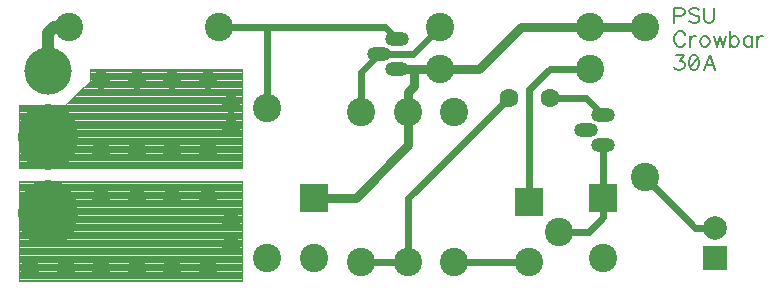
<source format=gbr>
G04 DipTrace 3.3.1.3*
G04 crowbar-revA-Top.gbr*
%MOMM*%
G04 #@! TF.FileFunction,Copper,L1,Top*
G04 #@! TF.Part,Single*
G04 #@! TA.AperFunction,Conductor*
%ADD14C,0.8*%
%ADD15C,0.6*%
%ADD16C,1.0*%
G04 #@! TA.AperFunction,CopperBalancing*
%ADD17C,0.1*%
G04 #@! TA.AperFunction,ComponentPad*
%ADD19C,2.4*%
%ADD20R,2.4X2.4*%
%ADD21C,4.0*%
%ADD22O,5.0X5.6*%
%ADD23C,2.0*%
%ADD24R,2.0X2.0*%
%ADD25O,2.0X1.2*%
%ADD26C,2.4*%
G04 #@! TA.AperFunction,ViaPad*
%ADD27C,1.6*%
%ADD50C,0.19608*%
%FSLAX35Y35*%
G04*
G71*
G90*
G75*
G01*
G04 Top*
%LPD*%
X4423000Y774000D2*
D15*
Y1723000D1*
X4600000Y1900000D1*
X4935000D1*
X3785000Y265000D2*
X4085000D1*
X4086000Y266000D1*
X4423000D1*
X4677000Y520000D2*
X4930000D1*
X5050000Y640000D1*
Y808000D1*
Y1250013D1*
X5050013Y1250000D1*
X3000000Y265000D2*
X3400000D1*
X5049987Y1504000D2*
X4903987Y1650000D1*
X4600000D1*
X4250000D2*
X3400000Y800000D1*
Y265000D1*
X3000000Y1535000D2*
Y1873013D1*
X3149987Y2023000D1*
X3438000D1*
X3665000Y2250000D1*
X3299987Y2150000D2*
X3199987Y2250000D1*
X2200000D1*
X1795000D1*
X2200000Y1565000D2*
Y2250000D1*
X525000D2*
D16*
X400000D1*
X350000Y2200000D1*
Y1880000D1*
X5400000Y980000D2*
D15*
X5830000Y550000D1*
X6000000D1*
X5400000Y2250000D2*
D14*
X4935000D1*
X3299987Y1896000D2*
X3450000Y1900000D1*
X3665000D1*
X2600000Y804000D2*
X2954000D1*
X3400000Y1250000D1*
Y1535000D1*
Y1700000D1*
X3450000Y1750000D1*
Y1900000D1*
X3665000D2*
X4000000D1*
X4350000Y2250000D1*
X4935000D1*
D27*
X4600000Y1650000D3*
X4250000D3*
X500000Y200000D3*
X1100000Y800000D3*
X1900000Y400000D3*
X1700000Y200000D3*
X1400000D3*
X200000D3*
X800000D3*
X1100000D3*
X800000Y800000D3*
X1700000D3*
X1900000Y600000D3*
X1400000Y800000D3*
X800000Y1800000D3*
X1400000D3*
Y1200000D3*
X1100000Y1800000D3*
X1700000Y1200000D3*
X1900000Y1600000D3*
Y1400000D3*
X1700000Y1800000D3*
X800000Y1200000D3*
X1100000D3*
X706010Y1885333D2*
D17*
X1993990D1*
X706010Y1875667D2*
X1993990D1*
X706010Y1866000D2*
X1993990D1*
X706010Y1856333D2*
X1993990D1*
X706010Y1846667D2*
X1993990D1*
X706010Y1837000D2*
X1993990D1*
X706010Y1827333D2*
X1993990D1*
X706010Y1817667D2*
X1993990D1*
X706010Y1808000D2*
X1993990D1*
X705990Y1798333D2*
X1993990D1*
X696732Y1788667D2*
X1993990D1*
X687064Y1779000D2*
X1993990D1*
X677396Y1769333D2*
X1993990D1*
X667729Y1759667D2*
X1993990D1*
X658080Y1750000D2*
X1993990D1*
X648412Y1740333D2*
X1993990D1*
X638744Y1730667D2*
X1993990D1*
X629076Y1721000D2*
X1993990D1*
X619408Y1711333D2*
X1993990D1*
X609740Y1701667D2*
X1993990D1*
X600072Y1692000D2*
X1993990D1*
X590404Y1682333D2*
X1993990D1*
X580736Y1672667D2*
X1993990D1*
X571068Y1663000D2*
X1993990D1*
X561400Y1653333D2*
X1993990D1*
X551732Y1643667D2*
X1993990D1*
X542064Y1634000D2*
X1993990D1*
X532396Y1624333D2*
X1993990D1*
X522729Y1614667D2*
X1993990D1*
X513080Y1605000D2*
X1993990D1*
X503412Y1595333D2*
X1993990D1*
X106010Y1585667D2*
X1993990D1*
X106010Y1576000D2*
X1993990D1*
X106010Y1566333D2*
X1993990D1*
X106010Y1556667D2*
X1993990D1*
X106010Y1547000D2*
X1993990D1*
X106010Y1537333D2*
X1993990D1*
X106010Y1527667D2*
X1993990D1*
X106010Y1518000D2*
X1993990D1*
X106010Y1508333D2*
X1993990D1*
X106010Y1498667D2*
X1993990D1*
X106010Y1489000D2*
X1993990D1*
X106010Y1479333D2*
X1993990D1*
X106010Y1469667D2*
X1993990D1*
X106010Y1460000D2*
X1993990D1*
X106010Y1450333D2*
X1993990D1*
X106010Y1440667D2*
X1993990D1*
X106010Y1431000D2*
X1993990D1*
X106010Y1421333D2*
X1993990D1*
X106010Y1411667D2*
X1993990D1*
X106010Y1402000D2*
X1993990D1*
X106010Y1392333D2*
X1993990D1*
X106010Y1382667D2*
X1993990D1*
X106010Y1373000D2*
X1993990D1*
X106010Y1363333D2*
X1993990D1*
X106010Y1353667D2*
X1993990D1*
X106010Y1344000D2*
X1993990D1*
X106010Y1334333D2*
X1993990D1*
X106010Y1324667D2*
X1993990D1*
X106010Y1315000D2*
X1993990D1*
X106010Y1305333D2*
X1993990D1*
X106010Y1295667D2*
X1993990D1*
X106010Y1286000D2*
X1993990D1*
X106010Y1276333D2*
X1993990D1*
X106010Y1266667D2*
X1993990D1*
X106010Y1257000D2*
X1993990D1*
X106010Y1247333D2*
X1993990D1*
X106010Y1237667D2*
X1993990D1*
X106010Y1228000D2*
X1993990D1*
X106010Y1218333D2*
X1993990D1*
X106010Y1208667D2*
X1993990D1*
X106010Y1199000D2*
X1993990D1*
X106010Y1189333D2*
X1993990D1*
X106010Y1179667D2*
X1993990D1*
X106010Y1170000D2*
X1993990D1*
X106010Y1160333D2*
X1993990D1*
X106010Y1150667D2*
X1993990D1*
X106010Y1141000D2*
X1993990D1*
X106010Y1131333D2*
X1993990D1*
X106010Y1121667D2*
X1993990D1*
X106010Y1112000D2*
X1993990D1*
X106010Y1102333D2*
X1993990D1*
X106010Y1092667D2*
X1993990D1*
X106010Y1083000D2*
X1993990D1*
X106010Y1073333D2*
X1993990D1*
X106010Y1063667D2*
X1993990D1*
X105020Y1055000D2*
X1994980D1*
X1995000Y1894980D1*
X705020Y1895000D1*
X704939Y1799218D1*
X704455Y1797730D1*
X703536Y1796464D1*
X502939Y1595955D1*
X501545Y1595245D1*
X500000Y1595000D1*
X105020D1*
X105000Y1055020D1*
X106010Y935333D2*
X1993990D1*
X106010Y925667D2*
X1993990D1*
X106010Y916000D2*
X1993990D1*
X106010Y906333D2*
X1993990D1*
X106010Y896667D2*
X1993990D1*
X106010Y887000D2*
X1993990D1*
X106010Y877333D2*
X1993990D1*
X106010Y867667D2*
X1993990D1*
X106010Y858000D2*
X1993990D1*
X106010Y848333D2*
X1993990D1*
X106010Y838667D2*
X1993990D1*
X106010Y829000D2*
X1993990D1*
X106010Y819333D2*
X1993990D1*
X106010Y809667D2*
X1993990D1*
X106010Y800000D2*
X1993990D1*
X106010Y790333D2*
X1993990D1*
X106010Y780667D2*
X1993990D1*
X106010Y771000D2*
X1993990D1*
X106010Y761333D2*
X1993990D1*
X106010Y751667D2*
X1993990D1*
X106010Y742000D2*
X1993990D1*
X106010Y732333D2*
X1993990D1*
X106010Y722667D2*
X1993990D1*
X106010Y713000D2*
X1993990D1*
X106010Y703333D2*
X1993990D1*
X106010Y693667D2*
X1993990D1*
X106010Y684000D2*
X1993990D1*
X106010Y674333D2*
X1993990D1*
X106010Y664667D2*
X1993990D1*
X106010Y655000D2*
X1993990D1*
X106010Y645333D2*
X1993990D1*
X106010Y635667D2*
X1993990D1*
X106010Y626000D2*
X1993990D1*
X106010Y616333D2*
X1993990D1*
X106010Y606667D2*
X1993990D1*
X106010Y597000D2*
X1993990D1*
X106010Y587333D2*
X1993990D1*
X106010Y577667D2*
X1993990D1*
X106010Y568000D2*
X1993990D1*
X106010Y558333D2*
X1993990D1*
X106010Y548667D2*
X1993990D1*
X106010Y539000D2*
X1993990D1*
X106010Y529333D2*
X1993990D1*
X106010Y519667D2*
X1993990D1*
X106010Y510000D2*
X1993990D1*
X106010Y500333D2*
X1993990D1*
X106010Y490667D2*
X1993990D1*
X106010Y481000D2*
X1993990D1*
X106010Y471333D2*
X1993990D1*
X106010Y461667D2*
X1993990D1*
X106010Y452000D2*
X1993990D1*
X106010Y442333D2*
X1993990D1*
X106010Y432667D2*
X1993990D1*
X106010Y423000D2*
X1993990D1*
X106010Y413333D2*
X1993990D1*
X106010Y403667D2*
X1993990D1*
X106010Y394000D2*
X1993990D1*
X106010Y384333D2*
X1993990D1*
X106010Y374667D2*
X1993990D1*
X106010Y365000D2*
X1993990D1*
X106010Y355333D2*
X1993990D1*
X106010Y345667D2*
X1993990D1*
X106010Y336000D2*
X1993990D1*
X106010Y326333D2*
X1993990D1*
X106010Y316667D2*
X1993990D1*
X106010Y307000D2*
X1993990D1*
X106010Y297333D2*
X1993990D1*
X106010Y287667D2*
X1993990D1*
X106010Y278000D2*
X1993990D1*
X106010Y268333D2*
X1993990D1*
X106010Y258667D2*
X1993990D1*
X106010Y249000D2*
X1993990D1*
X106010Y239333D2*
X1993990D1*
X106010Y229667D2*
X1993990D1*
X106010Y220000D2*
X1993990D1*
X106010Y210333D2*
X1993990D1*
X106010Y200667D2*
X1993990D1*
X106010Y191000D2*
X1993990D1*
X106010Y181333D2*
X1993990D1*
X106010Y171667D2*
X1993990D1*
X106010Y162000D2*
X1993990D1*
X106010Y152333D2*
X1993990D1*
X106010Y142667D2*
X1993990D1*
X106010Y133000D2*
X1993990D1*
X106010Y123333D2*
X1993990D1*
X106010Y113667D2*
X1993990D1*
X1994980Y945000D2*
X105020D1*
X105000Y105020D1*
X1994980Y105000D1*
X1995000Y944980D1*
D19*
X5050000Y300000D3*
D20*
Y808000D3*
D19*
X2600000Y296000D3*
D20*
Y804000D3*
D21*
X349976Y1880000D3*
D22*
Y680000D3*
Y1320000D3*
D23*
X6000000Y550000D3*
D24*
Y296000D3*
D25*
X3300013Y1896000D3*
X3150013Y2023000D3*
X3300013Y2150000D3*
D19*
X3665000Y1900000D3*
D26*
X4935000D3*
D20*
X4423000Y774000D3*
D26*
X4677000Y520000D3*
X4423000Y266000D3*
D19*
X3785000Y265000D3*
D26*
Y1535000D3*
D19*
X3400000D3*
D26*
Y265000D3*
D19*
X3000000D3*
D26*
Y1535000D3*
D19*
X4935000Y2250000D3*
D26*
X3665000D3*
D19*
X1795000D3*
D26*
X525000D3*
D19*
X2200000Y295000D3*
D26*
Y1565000D3*
D19*
X5400000Y2250000D3*
D26*
Y980000D3*
D25*
X5050013Y1250000D3*
X4900013Y1377000D3*
X5050013Y1504000D3*
X5652861Y2347045D2*
D50*
X5707611D1*
X5725720Y2353082D1*
X5731897Y2359259D1*
X5737934Y2371332D1*
Y2389582D1*
X5731897Y2401655D1*
X5725720Y2407832D1*
X5707611Y2413868D1*
X5652861D1*
Y2286259D1*
X5862222Y2395618D2*
X5850149Y2407832D1*
X5831899Y2413868D1*
X5807613D1*
X5789363Y2407832D1*
X5777149Y2395618D1*
Y2383545D1*
X5783326Y2371332D1*
X5789363Y2365295D1*
X5801436Y2359259D1*
X5837936Y2347045D1*
X5850149Y2341009D1*
X5856186Y2334832D1*
X5862222Y2322759D1*
Y2304509D1*
X5850149Y2292436D1*
X5831899Y2286259D1*
X5807613D1*
X5789363Y2292436D1*
X5777149Y2304509D1*
X5901438Y2413868D2*
Y2322759D1*
X5907475Y2304509D1*
X5919688Y2292436D1*
X5937938Y2286259D1*
X5950011D1*
X5968261Y2292436D1*
X5980475Y2304509D1*
X5986511Y2322759D1*
Y2413868D1*
X5743970Y2183545D2*
X5737934Y2195618D1*
X5725720Y2207832D1*
X5713647Y2213868D1*
X5689361D1*
X5677147Y2207832D1*
X5665074Y2195618D1*
X5658897Y2183545D1*
X5652861Y2165295D1*
Y2134832D1*
X5658897Y2116722D1*
X5665074Y2104509D1*
X5677147Y2092436D1*
X5689361Y2086259D1*
X5713647D1*
X5725720Y2092436D1*
X5737934Y2104509D1*
X5743970Y2116722D1*
X5783186Y2171332D2*
Y2086259D1*
Y2134832D2*
X5789363Y2153082D1*
X5801436Y2165295D1*
X5813649Y2171332D1*
X5831899D1*
X5901438D2*
X5889365Y2165295D1*
X5877152Y2153082D1*
X5871115Y2134832D1*
Y2122759D1*
X5877152Y2104509D1*
X5889365Y2092436D1*
X5901438Y2086259D1*
X5919688D1*
X5931902Y2092436D1*
X5943975Y2104509D1*
X5950152Y2122759D1*
Y2134832D1*
X5943975Y2153082D1*
X5931902Y2165295D1*
X5919688Y2171332D1*
X5901438D1*
X5989367D2*
X6013654Y2086259D1*
X6037940Y2171332D1*
X6062227Y2086259D1*
X6086513Y2171332D1*
X6125729Y2213868D2*
Y2086259D1*
Y2153082D2*
X6137943Y2165295D1*
X6150016Y2171332D1*
X6168266D1*
X6180339Y2165295D1*
X6192552Y2153082D1*
X6198589Y2134832D1*
Y2122759D1*
X6192552Y2104509D1*
X6180339Y2092436D1*
X6168266Y2086259D1*
X6150016D1*
X6137943Y2092436D1*
X6125729Y2104509D1*
X6310664Y2171332D2*
Y2086259D1*
Y2153082D2*
X6298591Y2165295D1*
X6286377Y2171332D1*
X6268268D1*
X6256054Y2165295D1*
X6243981Y2153082D1*
X6237804Y2134832D1*
Y2122759D1*
X6243981Y2104509D1*
X6256054Y2092436D1*
X6268268Y2086259D1*
X6286377D1*
X6298591Y2092436D1*
X6310664Y2104509D1*
X6349880Y2171332D2*
Y2086259D1*
Y2134832D2*
X6356057Y2153082D1*
X6368130Y2165295D1*
X6380343Y2171332D1*
X6398593D1*
X5665074Y2013728D2*
X5731757D1*
X5695397Y1965155D1*
X5713647D1*
X5725720Y1959118D1*
X5731757Y1953082D1*
X5737934Y1934832D1*
Y1922759D1*
X5731757Y1904509D1*
X5719684Y1892295D1*
X5701434Y1886259D1*
X5683184D1*
X5665074Y1892295D1*
X5659038Y1898472D1*
X5652861Y1910545D1*
X5813649Y2013728D2*
X5795399Y2007691D1*
X5783186Y1989441D1*
X5777149Y1959118D1*
Y1940868D1*
X5783186Y1910545D1*
X5795399Y1892295D1*
X5813649Y1886259D1*
X5825722D1*
X5843972Y1892295D1*
X5856046Y1910545D1*
X5862222Y1940868D1*
Y1959118D1*
X5856046Y1989441D1*
X5843972Y2007691D1*
X5825722Y2013728D1*
X5813649D1*
X5856046Y1989441D2*
X5783186Y1910545D1*
X5998725Y1886259D2*
X5950011Y2013868D1*
X5901438Y1886259D1*
X5919688Y1928795D2*
X5980475D1*
M02*

</source>
